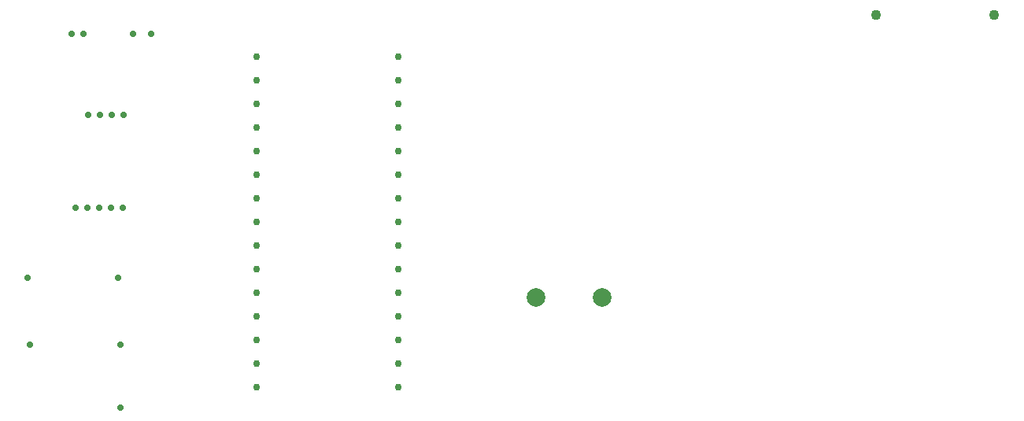
<source format=gbr>
%TF.GenerationSoftware,KiCad,Pcbnew,8.0.7*%
%TF.CreationDate,2024-12-21T06:44:39+05:30*%
%TF.ProjectId,hello,68656c6c-6f2e-46b6-9963-61645f706362,rev?*%
%TF.SameCoordinates,Original*%
%TF.FileFunction,Plated,1,2,PTH,Drill*%
%TF.FilePolarity,Positive*%
%FSLAX46Y46*%
G04 Gerber Fmt 4.6, Leading zero omitted, Abs format (unit mm)*
G04 Created by KiCad (PCBNEW 8.0.7) date 2024-12-21 06:44:39*
%MOMM*%
%LPD*%
G01*
G04 APERTURE LIST*
%TA.AperFunction,ComponentDrill*%
%ADD10C,0.700000*%
%TD*%
%TA.AperFunction,ComponentDrill*%
%ADD11C,0.762000*%
%TD*%
%TA.AperFunction,ComponentDrill*%
%ADD12C,1.100000*%
%TD*%
%TA.AperFunction,ComponentDrill*%
%ADD13C,2.000000*%
%TD*%
G04 APERTURE END LIST*
D10*
%TO.C,J5*%
X109750000Y-103000000D03*
%TO.C,J3*%
X110000000Y-110250000D03*
%TO.C,R2*%
X114480000Y-76750000D03*
%TO.C,U3*%
X114945000Y-95525000D03*
%TO.C,R2*%
X115750000Y-76750000D03*
%TO.C,U3*%
X116215000Y-95525000D03*
%TO.C,U2*%
X116250000Y-85500000D03*
%TO.C,U3*%
X117485000Y-95525000D03*
%TO.C,U2*%
X117520000Y-85500000D03*
%TO.C,U3*%
X118755000Y-95525000D03*
%TO.C,U2*%
X118790000Y-85500000D03*
%TO.C,J4*%
X119500000Y-103000000D03*
%TO.C,J2*%
X119750000Y-110250000D03*
%TO.C,J1*%
X119750000Y-117000000D03*
%TO.C,U3*%
X120025000Y-95525000D03*
%TO.C,U2*%
X120060000Y-85500000D03*
%TO.C,R1*%
X121100000Y-76750000D03*
X123000000Y-76750000D03*
D11*
%TO.C,U1*%
X134376000Y-79190000D03*
X134376000Y-81730000D03*
X134376000Y-84270000D03*
X134376000Y-86810000D03*
X134376000Y-89350000D03*
X134376000Y-91890000D03*
X134376000Y-94430000D03*
X134376000Y-96970000D03*
X134376000Y-99510000D03*
X134376000Y-102050000D03*
X134376000Y-104590000D03*
X134376000Y-107130000D03*
X134376000Y-109670000D03*
X134376000Y-112210000D03*
X134376000Y-114750000D03*
X149616000Y-79190000D03*
X149616000Y-81730000D03*
X149616000Y-84270000D03*
X149616000Y-86810000D03*
X149616000Y-89350000D03*
X149616000Y-91890000D03*
X149616000Y-94430000D03*
X149616000Y-96970000D03*
X149616000Y-99510000D03*
X149616000Y-102050000D03*
X149616000Y-104590000D03*
X149616000Y-107130000D03*
X149616000Y-109670000D03*
X149616000Y-112210000D03*
X149616000Y-114750000D03*
D12*
%TO.C,BT1*%
X201050000Y-74780000D03*
X213750000Y-74780000D03*
D13*
%TO.C,SW1*%
X164444000Y-105143750D03*
X171556000Y-105143750D03*
M02*

</source>
